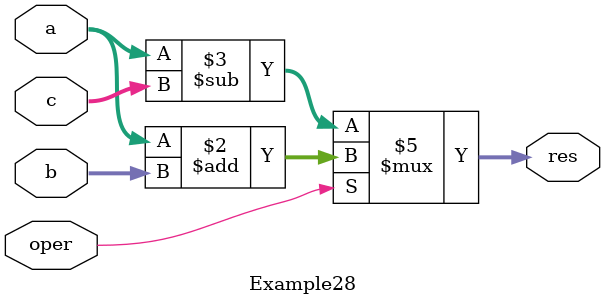
<source format=v>
`timescale 1ns / 1ps

 
module Example28(res, a, b, c, oper);
output reg [7:0] res;
input [7:0] a, b, c;
input oper;

always @(a or b or c or oper)

begin

if(oper)
	res <= a + b;
else 
	res <= a - c;

end
endmodule

</source>
